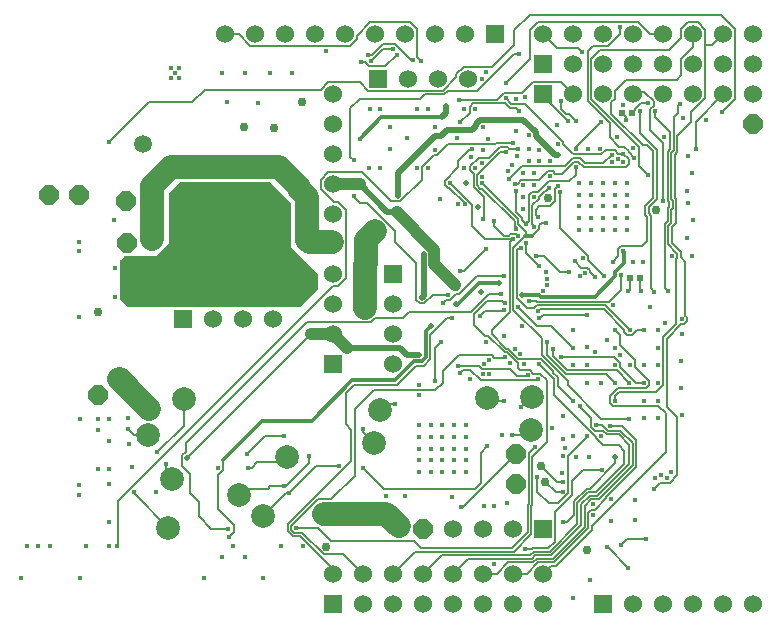
<source format=gbr>
G04 EAGLE Gerber RS-274X export*
G75*
%MOMM*%
%FSLAX34Y34*%
%LPD*%
%INBottom Copper*%
%IPPOS*%
%AMOC8*
5,1,8,0,0,1.08239X$1,22.5*%
G01*
%ADD10R,1.530000X1.530000*%
%ADD11C,1.530000*%
%ADD12P,1.759533X8X22.500000*%
%ADD13R,0.600000X0.600000*%
%ADD14C,2.000000*%
%ADD15C,0.403200*%
%ADD16C,0.750000*%
%ADD17C,0.150000*%
%ADD18C,1.500000*%
%ADD19C,2.000000*%
%ADD20C,0.300000*%
%ADD21C,0.503200*%
%ADD22C,0.500000*%
%ADD23C,0.152400*%
%ADD24C,1.000000*%
%ADD25C,0.200000*%

G36*
X252096Y277267D02*
X252096Y277267D01*
X252193Y277276D01*
X252216Y277286D01*
X252241Y277290D01*
X252327Y277336D01*
X252416Y277377D01*
X252441Y277398D01*
X252456Y277405D01*
X252473Y277424D01*
X252530Y277470D01*
X266530Y291470D01*
X266587Y291550D01*
X266649Y291625D01*
X266657Y291648D01*
X266672Y291669D01*
X266700Y291762D01*
X266735Y291853D01*
X266738Y291886D01*
X266743Y291902D01*
X266742Y291927D01*
X266749Y292000D01*
X266749Y304000D01*
X266733Y304096D01*
X266724Y304193D01*
X266714Y304216D01*
X266710Y304241D01*
X266664Y304327D01*
X266623Y304416D01*
X266602Y304441D01*
X266595Y304456D01*
X266576Y304473D01*
X266530Y304530D01*
X243749Y327310D01*
X243749Y364000D01*
X243733Y364096D01*
X243724Y364193D01*
X243714Y364216D01*
X243710Y364241D01*
X243664Y364327D01*
X243623Y364416D01*
X243602Y364441D01*
X243595Y364456D01*
X243576Y364473D01*
X243530Y364530D01*
X225530Y382530D01*
X225450Y382587D01*
X225375Y382649D01*
X225352Y382657D01*
X225331Y382672D01*
X225238Y382700D01*
X225147Y382735D01*
X225114Y382738D01*
X225098Y382743D01*
X225073Y382742D01*
X225000Y382749D01*
X150000Y382749D01*
X149904Y382733D01*
X149807Y382724D01*
X149784Y382714D01*
X149759Y382710D01*
X149673Y382664D01*
X149584Y382623D01*
X149559Y382602D01*
X149544Y382595D01*
X149527Y382576D01*
X149470Y382530D01*
X140470Y373530D01*
X140413Y373450D01*
X140352Y373375D01*
X140343Y373352D01*
X140328Y373331D01*
X140300Y373238D01*
X140265Y373147D01*
X140262Y373114D01*
X140257Y373098D01*
X140258Y373073D01*
X140251Y373000D01*
X140251Y330310D01*
X129690Y319749D01*
X103000Y319749D01*
X102904Y319733D01*
X102807Y319724D01*
X102784Y319714D01*
X102759Y319710D01*
X102673Y319664D01*
X102584Y319623D01*
X102559Y319602D01*
X102544Y319595D01*
X102527Y319576D01*
X102470Y319530D01*
X99470Y316530D01*
X99413Y316450D01*
X99352Y316375D01*
X99343Y316352D01*
X99328Y316331D01*
X99300Y316238D01*
X99265Y316147D01*
X99262Y316114D01*
X99257Y316098D01*
X99258Y316073D01*
X99251Y316000D01*
X99251Y283000D01*
X99267Y282904D01*
X99276Y282807D01*
X99286Y282784D01*
X99290Y282759D01*
X99336Y282673D01*
X99377Y282584D01*
X99398Y282559D01*
X99405Y282544D01*
X99424Y282527D01*
X99470Y282470D01*
X104470Y277470D01*
X104550Y277413D01*
X104625Y277352D01*
X104648Y277343D01*
X104669Y277328D01*
X104762Y277300D01*
X104853Y277265D01*
X104886Y277262D01*
X104902Y277257D01*
X104927Y277258D01*
X105000Y277251D01*
X252000Y277251D01*
X252096Y277267D01*
G37*
D10*
X457200Y482600D03*
D11*
X457200Y508000D03*
X482600Y482600D03*
X482600Y508000D03*
X508000Y482600D03*
X508000Y508000D03*
X533400Y482600D03*
X533400Y508000D03*
X558800Y482600D03*
X558800Y508000D03*
X584200Y482600D03*
X584200Y508000D03*
X609600Y482600D03*
X609600Y508000D03*
X635000Y482600D03*
X635000Y508000D03*
D10*
X279400Y25400D03*
D11*
X279400Y50800D03*
X304800Y25400D03*
X304800Y50800D03*
X330200Y25400D03*
X330200Y50800D03*
X355600Y25400D03*
X355600Y50800D03*
X381000Y25400D03*
X381000Y50800D03*
X406400Y25400D03*
X406400Y50800D03*
X431800Y25400D03*
X431800Y50800D03*
X457200Y25400D03*
X457200Y50800D03*
D10*
X416560Y508000D03*
D11*
X391160Y508000D03*
X365760Y508000D03*
X340360Y508000D03*
X314960Y508000D03*
X289560Y508000D03*
X264160Y508000D03*
X238760Y508000D03*
X213360Y508000D03*
X187960Y508000D03*
D10*
X457200Y457200D03*
D11*
X482600Y457200D03*
X508000Y457200D03*
X533400Y457200D03*
X558800Y457200D03*
X584200Y457200D03*
X609600Y457200D03*
X635000Y457200D03*
D10*
X508000Y25400D03*
D11*
X533400Y25400D03*
X558800Y25400D03*
X584200Y25400D03*
X609600Y25400D03*
X635000Y25400D03*
D10*
X330200Y304800D03*
D11*
X330200Y279400D03*
X330200Y254000D03*
X330200Y228600D03*
D10*
X152400Y266700D03*
D11*
X177800Y266700D03*
X203200Y266700D03*
X228600Y266700D03*
D10*
X317500Y469900D03*
D11*
X342900Y469900D03*
X368300Y469900D03*
X393700Y469900D03*
D10*
X457200Y88900D03*
D11*
X431800Y88900D03*
X406400Y88900D03*
X381000Y88900D03*
D12*
X434340Y152400D03*
X434340Y127000D03*
X103900Y366200D03*
X355600Y88900D03*
X105100Y331400D03*
X80000Y202100D03*
X635000Y431800D03*
D10*
X279400Y228600D03*
D11*
X279400Y254000D03*
X279400Y279400D03*
X279400Y304800D03*
X279400Y330200D03*
X279400Y355600D03*
X279400Y381000D03*
X279400Y406400D03*
X279400Y431800D03*
X279400Y457200D03*
D13*
X539500Y301000D03*
X530500Y301000D03*
D12*
X39300Y372000D03*
X64700Y372000D03*
D13*
X532720Y441340D03*
X523720Y441340D03*
D14*
X240000Y150000D03*
X140000Y90000D03*
X447500Y200900D03*
X410000Y200000D03*
X314200Y161300D03*
X319400Y190000D03*
X152800Y199100D03*
X142700Y131400D03*
X447000Y173100D03*
X122900Y168400D03*
X199600Y118000D03*
X220000Y100000D03*
D15*
X94200Y350200D03*
X64600Y332000D03*
X94800Y310000D03*
X94600Y285200D03*
X64600Y268200D03*
X65000Y182000D03*
X80600Y181800D03*
X106200Y182600D03*
X89600Y163000D03*
X89600Y140000D03*
X89800Y126800D03*
X64400Y117800D03*
X108800Y141000D03*
X110800Y120000D03*
X89600Y95000D03*
X20000Y74600D03*
X40000Y74600D03*
X70000Y74400D03*
X90000Y74400D03*
X15200Y47600D03*
X65200Y47200D03*
X170000Y47400D03*
X220200Y47400D03*
X235000Y74600D03*
X195000Y74400D03*
X181800Y140600D03*
X352000Y177000D03*
X362000Y177000D03*
X372000Y177000D03*
X382000Y177000D03*
X392000Y177000D03*
X392000Y167000D03*
X382000Y167000D03*
X372000Y167000D03*
X362000Y167000D03*
X352000Y167000D03*
X352000Y157000D03*
X362000Y157000D03*
X372000Y157000D03*
X382000Y157000D03*
X392000Y157000D03*
X392000Y147000D03*
X382000Y147000D03*
X372000Y147000D03*
X362000Y147000D03*
X352000Y147000D03*
X352000Y137000D03*
X362000Y137000D03*
X372000Y137000D03*
X382000Y137000D03*
X392000Y137000D03*
X488000Y382000D03*
X498000Y382000D03*
X508000Y382000D03*
X518000Y382000D03*
X528000Y382000D03*
X528000Y372000D03*
X518000Y372000D03*
X508000Y372000D03*
X498000Y372000D03*
X488000Y372000D03*
X488000Y362000D03*
X498000Y362000D03*
X508000Y362000D03*
X518000Y362000D03*
X528000Y362000D03*
X528000Y352000D03*
X518000Y352000D03*
X508000Y352000D03*
X498000Y352000D03*
X488000Y352000D03*
X488000Y342000D03*
X498000Y342000D03*
X508000Y342000D03*
X518000Y342000D03*
X528000Y342000D03*
X310400Y444600D03*
X350500Y444700D03*
X319300Y394600D03*
X327800Y410300D03*
X359400Y394400D03*
X366000Y410200D03*
X390300Y444400D03*
X406000Y410100D03*
X399800Y394400D03*
X454100Y410100D03*
X454100Y400300D03*
X449500Y390100D03*
X449300Y379900D03*
X449300Y370100D03*
X470100Y414600D03*
X533400Y411300D03*
X559900Y420500D03*
X579500Y404900D03*
X579300Y375000D03*
X584500Y350200D03*
X579400Y335000D03*
X574500Y253800D03*
X574400Y231300D03*
X574400Y208600D03*
X574500Y185600D03*
X554500Y242500D03*
X554300Y227600D03*
X554200Y212500D03*
X554300Y197500D03*
X496200Y149500D03*
X514600Y95700D03*
X379900Y115700D03*
X408600Y247300D03*
X385100Y364400D03*
X204700Y474900D03*
X225800Y474800D03*
X216200Y449900D03*
X352000Y211100D03*
X431200Y168700D03*
X416000Y108200D03*
X323900Y116900D03*
X542100Y315100D03*
X499600Y101000D03*
X482600Y30300D03*
X434000Y425600D03*
D16*
X203800Y429200D03*
X229100Y428200D03*
X253400Y450100D03*
D15*
X546000Y449500D03*
D17*
X535134Y443754D02*
X532720Y441340D01*
X535134Y443754D02*
X535134Y444267D01*
X540367Y449500D01*
X546000Y449500D01*
D15*
X142000Y479000D03*
X149000Y479000D03*
X149000Y471000D03*
X142000Y471000D03*
X146000Y475000D03*
D17*
X110800Y119200D02*
X140000Y90000D01*
X110800Y119200D02*
X110800Y120000D01*
X442600Y168700D02*
X447000Y173100D01*
X442600Y168700D02*
X431200Y168700D01*
D15*
X80500Y140000D03*
X64600Y126100D03*
X129600Y119900D03*
X106500Y161200D03*
X106100Y173500D03*
X80500Y173000D03*
D17*
X111200Y168400D02*
X122900Y168400D01*
X111200Y168400D02*
X106100Y173500D01*
D15*
X30000Y74600D03*
X207100Y140500D03*
X254000Y74500D03*
X426500Y111020D03*
X534700Y96600D03*
X583500Y320300D03*
X583100Y390300D03*
X595300Y434900D03*
X520100Y420500D03*
X369900Y368400D03*
X350400Y394600D03*
X341600Y419700D03*
X327400Y429300D03*
X319500Y444700D03*
X351900Y202100D03*
X407000Y108200D03*
X422200Y168700D03*
X395000Y215500D03*
X575400Y437000D03*
D16*
X494500Y70900D03*
X273800Y73500D03*
D15*
X340100Y116900D03*
D17*
X215209Y145284D02*
X210425Y140500D01*
X207100Y140500D01*
X235284Y145284D02*
X240000Y150000D01*
X235284Y145284D02*
X215209Y145284D01*
D15*
X273194Y493834D03*
X473700Y120300D03*
D16*
X459134Y129100D03*
D17*
X467934Y120300D01*
X473700Y120300D01*
X438450Y191850D02*
X447500Y200900D01*
X438450Y191850D02*
X438250Y191850D01*
D15*
X438250Y191850D03*
X474407Y128707D03*
D16*
X455334Y142600D03*
D17*
X469227Y128707D01*
X474407Y128707D01*
X412700Y197300D02*
X410000Y200000D01*
X412700Y197300D02*
X424000Y197300D01*
D15*
X424000Y197300D03*
X302100Y419400D03*
X310200Y394600D03*
D18*
X306500Y276200D03*
D19*
X306500Y312300D01*
X307600Y313400D01*
X307600Y333900D01*
X314600Y340900D01*
D18*
X314600Y340900D03*
D20*
X302100Y419400D02*
X320284Y437584D01*
X371878Y437584D01*
D21*
X375400Y447200D03*
D22*
X375400Y441106D01*
X371878Y437584D01*
D15*
X494400Y167500D03*
D17*
X494400Y166740D01*
X478666Y151006D01*
X478673Y130474D02*
X478673Y119240D01*
X470183Y110750D01*
X461997Y110750D01*
X478666Y130480D02*
X478673Y130474D01*
D15*
X452312Y133300D03*
D17*
X478666Y130480D02*
X478666Y151006D01*
X452312Y133300D02*
X452312Y120435D01*
X461997Y110750D01*
D15*
X506300Y167400D03*
X506788Y138855D03*
X442317Y72117D03*
D17*
X481673Y117997D02*
X481673Y129700D01*
X490828Y138855D01*
X506788Y138855D01*
X467100Y103424D02*
X467100Y78243D01*
X461557Y72700D02*
X448129Y72700D01*
X447545Y72117D01*
X442317Y72117D01*
X467100Y103424D02*
X481673Y117997D01*
X467100Y78243D02*
X461557Y72700D01*
D15*
X557002Y135034D03*
X554300Y182500D03*
X523000Y75600D03*
X544500Y80500D03*
D17*
X527900Y80500D01*
X523000Y75600D01*
D15*
X552394Y131818D03*
X542300Y227600D03*
X399500Y444600D03*
X406300Y429200D03*
X469000Y430600D03*
X579600Y365200D03*
X434400Y342600D03*
D17*
X434400Y344567D01*
X433134Y345833D01*
X433134Y349755D01*
X405723Y377166D02*
X403933Y377166D01*
X401334Y379765D01*
X401334Y388731D01*
X424967Y408500D02*
X425516Y407951D01*
D15*
X425516Y407951D03*
D17*
X405723Y377166D02*
X433134Y349755D01*
X401334Y388731D02*
X421103Y408500D01*
X424967Y408500D01*
D15*
X434300Y452800D03*
X359500Y444500D03*
X365900Y429100D03*
X384000Y419800D03*
X390400Y394600D03*
X533200Y315200D03*
D21*
X402200Y361200D03*
X392300Y381932D03*
D15*
X490700Y318400D03*
X530400Y227500D03*
X511100Y248700D03*
X409000Y326100D03*
X386484Y307717D03*
D17*
X390617Y307717D01*
X409000Y326100D01*
D15*
X501566Y302000D03*
D17*
X497266Y307767D02*
X494767Y310266D01*
X489734Y310266D01*
X497266Y306300D02*
X501566Y302000D01*
X497266Y306300D02*
X497266Y307767D01*
X484566Y315434D02*
X484566Y316000D01*
D15*
X484566Y316000D03*
D17*
X484566Y315434D02*
X489734Y310266D01*
D15*
X518300Y227500D03*
X439200Y260800D03*
X424533Y252033D03*
X493000Y306000D03*
X424516Y274417D03*
D17*
X423465Y273366D01*
X408084Y273366D01*
X404184Y269466D01*
D15*
X404184Y269466D03*
X482300Y227500D03*
X488200Y302800D03*
X370900Y247000D03*
X365700Y214200D03*
D17*
X365700Y241800D01*
X370900Y247000D01*
D15*
X474400Y165300D03*
X464633Y174067D03*
X411823Y231766D03*
X411732Y220234D03*
X474400Y150600D03*
X407000Y228766D03*
X406200Y220234D03*
X441267Y228367D03*
X429434Y229074D03*
X453004Y216204D03*
D17*
X451622Y214822D01*
X404378Y214822D01*
X395600Y223600D01*
X389016Y223600D02*
X386484Y221068D01*
D15*
X386484Y221068D03*
D17*
X389016Y223600D02*
X395600Y223600D01*
X324213Y194813D02*
X319400Y190000D01*
X324213Y194813D02*
X331932Y194813D01*
D15*
X331932Y194813D03*
X385100Y226600D03*
D17*
X403133Y226600D01*
X405233Y224500D01*
X443101Y218101D02*
X444088Y219088D01*
X443101Y218101D02*
X435500Y218101D01*
X429100Y224500D01*
X405233Y224500D01*
D15*
X444088Y219088D03*
D17*
X314200Y161300D02*
X304900Y170600D01*
X304900Y173300D01*
D15*
X304900Y173300D03*
X258750Y150350D03*
D17*
X258750Y144650D02*
X239200Y125100D01*
X238200Y125100D01*
X258750Y144650D02*
X258750Y150350D01*
D15*
X238200Y125100D03*
D17*
X226375Y125100D02*
X224391Y123116D01*
X226375Y125100D02*
X238200Y125100D01*
X204716Y123116D02*
X199600Y118000D01*
X204716Y123116D02*
X224391Y123116D01*
D15*
X284317Y142117D03*
D17*
X264659Y142117D01*
D15*
X242300Y119768D03*
D17*
X242311Y119768D02*
X264659Y142117D01*
X242311Y119768D02*
X242300Y119768D01*
X239768Y119768D02*
X220000Y100000D01*
X239768Y119768D02*
X242300Y119768D01*
D15*
X409900Y158900D03*
D17*
X404600Y153600D01*
X404600Y127500D01*
X399600Y122500D01*
X322500Y122500D02*
X304500Y140500D01*
X304900Y140900D01*
D15*
X304900Y140900D03*
X237600Y167500D03*
D17*
X221400Y167500D01*
X206500Y152600D01*
D15*
X206500Y152600D03*
D17*
X322500Y122500D02*
X399600Y122500D01*
D15*
X473266Y136350D03*
X450734Y158700D03*
D17*
X448400Y156366D01*
X431024Y72901D02*
X354075Y72901D01*
X348176Y78800D01*
D15*
X248400Y90000D03*
D23*
X445000Y152966D02*
X448400Y156366D01*
D17*
X445000Y110149D02*
X444122Y109271D01*
X445000Y110149D02*
X445000Y152966D01*
X444122Y109271D02*
X444122Y85999D01*
X431024Y72901D01*
X266276Y90000D02*
X248400Y90000D01*
X277476Y78800D02*
X348176Y78800D01*
X277476Y78800D02*
X266276Y90000D01*
D15*
X518300Y212500D03*
X460309Y247109D03*
X460500Y295200D03*
D17*
X460309Y247109D02*
X460309Y236515D01*
X510566Y220234D02*
X518300Y212500D01*
X476590Y220234D02*
X460309Y236515D01*
X476590Y220234D02*
X510566Y220234D01*
D15*
X460934Y300918D03*
X465934Y241484D03*
X530300Y212400D03*
D17*
X465934Y235133D02*
X465934Y241484D01*
X465934Y235133D02*
X477833Y223234D01*
X519466Y223234D01*
X530300Y212400D01*
D15*
X428700Y385300D03*
D17*
X482290Y402866D02*
X488310Y402866D01*
X492676Y398500D01*
X439434Y396034D02*
X428700Y385300D01*
X439434Y396034D02*
X475458Y396034D01*
X482290Y402866D01*
D15*
X515300Y405900D03*
D17*
X507900Y398500D01*
X492676Y398500D01*
D15*
X459645Y306450D03*
X542300Y212500D03*
X472600Y234500D03*
D17*
X536233Y212500D02*
X542300Y212500D01*
D15*
X525284Y406800D03*
D17*
X522566Y229267D02*
X522566Y226167D01*
X517333Y234500D02*
X472600Y234500D01*
X517333Y234500D02*
X522566Y229267D01*
X522566Y226167D02*
X536233Y212500D01*
D15*
X433112Y381388D03*
D17*
X483533Y399866D02*
X487067Y399866D01*
X491633Y395300D01*
X529566Y397833D02*
X529566Y397866D01*
X530300Y398600D01*
X529566Y397833D02*
X527033Y395300D01*
X530300Y398600D02*
X530300Y401784D01*
X525284Y406800D01*
X527033Y395300D02*
X491633Y395300D01*
X467533Y389700D02*
X465267Y391966D01*
X461733Y391966D01*
X459234Y389467D01*
X459234Y389334D01*
X454166Y384266D01*
X438633Y384266D01*
X435755Y381388D02*
X433112Y381388D01*
X435755Y381388D02*
X438633Y384266D01*
X473367Y389700D02*
X483533Y399866D01*
X473367Y389700D02*
X467533Y389700D01*
X520700Y406800D02*
X525284Y406800D01*
X520700Y406800D02*
X517900Y409600D01*
X517633Y409600D01*
X517067Y410166D01*
X483133Y406034D02*
X481967Y407200D01*
X481700Y407200D01*
X510599Y410166D02*
X517067Y410166D01*
X510599Y410166D02*
X506467Y406034D01*
X483133Y406034D01*
X481700Y407200D02*
X474366Y414534D01*
X474366Y416367D01*
X442251Y448482D01*
X430418Y448482D01*
X425516Y453384D02*
X425516Y453734D01*
D15*
X425516Y453734D03*
D17*
X425516Y453384D02*
X430418Y448482D01*
D15*
X426000Y466866D03*
D17*
X446000Y486866D02*
X446000Y511157D01*
X446000Y486866D02*
X426000Y466866D01*
X547401Y508000D02*
X558800Y508000D01*
X547401Y508000D02*
X537501Y517900D01*
X452743Y517900D01*
X446000Y511157D01*
X543500Y354972D02*
X545500Y352972D01*
X543500Y354972D02*
X543500Y362428D01*
X550366Y369294D02*
X550366Y408783D01*
X550366Y369294D02*
X543500Y362428D01*
X527500Y469400D02*
X570700Y469400D01*
X574300Y473000D01*
X584200Y496601D02*
X584200Y508000D01*
X574300Y486701D02*
X574300Y473000D01*
X574300Y486701D02*
X584200Y496601D01*
D15*
X516000Y315000D03*
D17*
X545500Y333000D02*
X545500Y352972D01*
X523533Y328566D02*
X521034Y326067D01*
X541066Y328566D02*
X545500Y333000D01*
X541066Y328566D02*
X523533Y328566D01*
X521034Y326067D02*
X521034Y320034D01*
X516000Y315000D01*
X550366Y408783D02*
X545119Y414030D01*
X541408Y414030D01*
X515000Y450199D02*
X517900Y453099D01*
X517900Y459800D01*
X527500Y469400D01*
X515000Y440438D02*
X541408Y414030D01*
X515000Y440438D02*
X515000Y450199D01*
D15*
X530300Y182400D03*
D17*
X456043Y250357D02*
X431900Y274500D01*
X456043Y250357D02*
X456043Y236538D01*
X436134Y350998D02*
X405700Y381432D01*
X436134Y347076D02*
X442700Y340510D01*
X436134Y347076D02*
X436134Y350998D01*
X431900Y326700D02*
X431900Y274500D01*
X442700Y337200D02*
X442700Y340510D01*
D15*
X459903Y348198D03*
D20*
X448100Y337100D02*
X442800Y337100D01*
X442700Y337200D01*
D17*
X454157Y343117D02*
X454157Y345900D01*
X448140Y337100D02*
X448100Y337100D01*
X454157Y345900D02*
X456454Y348198D01*
X459903Y348198D01*
X454157Y343117D02*
X448140Y337100D01*
D15*
X405700Y381432D03*
D17*
X456043Y236538D02*
X478134Y214448D01*
X478134Y210733D01*
X506467Y182400D02*
X530300Y182400D01*
X506467Y182400D02*
X478134Y210733D01*
X431900Y326700D02*
X442300Y337100D01*
D20*
X442800Y337100D01*
D15*
X303421Y484579D03*
X333212Y490266D03*
D17*
X306122Y484579D02*
X303421Y484579D01*
X306122Y484579D02*
X309967Y480734D01*
X323680Y480734D01*
X333212Y490266D01*
D15*
X482300Y197400D03*
D17*
X469670Y210030D01*
X413868Y257401D02*
X428900Y272433D01*
X413868Y257401D02*
X413868Y253752D01*
D15*
X431400Y334066D03*
X378600Y382166D03*
D17*
X397434Y363332D01*
X397434Y345026D01*
X428900Y331566D02*
X431400Y334066D01*
X428900Y331566D02*
X428900Y272433D01*
X431400Y334066D02*
X408394Y334066D01*
X397434Y345026D01*
X469670Y217472D02*
X469670Y210030D01*
X466000Y221142D02*
X466000Y222339D01*
X466000Y221142D02*
X469670Y217472D01*
X427610Y241466D02*
X426154Y241466D01*
X465994Y222339D02*
X466000Y222339D01*
X465994Y222339D02*
X455367Y232966D01*
X436110Y232966D01*
X426154Y241466D02*
X413868Y253752D01*
X427610Y241466D02*
X436110Y232966D01*
D15*
X311734Y485000D03*
D17*
X321734Y495000D01*
X330000Y495000D01*
D15*
X330000Y495000D03*
X475800Y157600D03*
X473954Y184554D03*
X433752Y241602D03*
X442559Y346884D03*
D17*
X442559Y347559D01*
X445034Y371867D02*
X447533Y374366D01*
X445034Y350034D02*
X442559Y347559D01*
X447533Y374366D02*
X453133Y374366D01*
X445034Y371867D02*
X445034Y350034D01*
X453133Y374366D02*
X461933Y383166D01*
X479466Y383166D01*
D15*
X485300Y395600D03*
D17*
X485300Y389000D01*
X479466Y383166D01*
D15*
X405600Y386964D03*
X434384Y375049D03*
D17*
X439134Y350309D02*
X442559Y346884D01*
X434384Y356991D02*
X434384Y375049D01*
X439134Y352241D02*
X439134Y350309D01*
X439134Y352241D02*
X434384Y356991D01*
D15*
X437883Y237383D03*
X462400Y377600D03*
D17*
X459700Y374900D01*
X458715Y374900D01*
D15*
X449891Y344884D03*
D17*
X453566Y368333D02*
X453566Y369751D01*
X453566Y368333D02*
X448034Y362801D01*
X448034Y346741D02*
X449891Y344884D01*
X453566Y369751D02*
X458715Y374900D01*
X448034Y362801D02*
X448034Y346741D01*
D15*
X405536Y399036D03*
X427500Y391700D03*
X494300Y227500D03*
X452623Y353284D03*
X469500Y378900D03*
D17*
X467534Y376934D01*
X467534Y366749D02*
X462985Y362200D01*
X454100Y362200D01*
X451034Y359134D01*
X467534Y366749D02*
X467534Y376934D01*
X451034Y359134D02*
X451034Y354873D01*
X452623Y353284D01*
D15*
X396416Y403616D03*
X430781Y396919D03*
X463500Y387700D03*
X518300Y242500D03*
X471800Y373800D03*
X508400Y302800D03*
D17*
X494966Y316234D01*
X494966Y320167D01*
X471800Y343333D02*
X471800Y373800D01*
X471800Y343333D02*
X494966Y320167D01*
D15*
X410884Y418900D03*
X435200Y404600D03*
X463500Y400600D03*
X539400Y442500D03*
D17*
X539400Y424200D02*
X553400Y410200D01*
X539400Y424200D02*
X539400Y442500D01*
X546500Y361185D02*
X546500Y356215D01*
X546500Y361185D02*
X553400Y368085D01*
X546500Y356215D02*
X548500Y354215D01*
X553400Y368085D02*
X553400Y410200D01*
D15*
X551400Y289900D03*
D17*
X548500Y292800D01*
X548500Y354215D01*
D15*
X405484Y470160D03*
X347000Y486000D03*
X308797Y489886D03*
D17*
X345033Y486000D02*
X347000Y486000D01*
X312378Y489886D02*
X308797Y489886D01*
X331767Y499266D02*
X345033Y486000D01*
X331767Y499266D02*
X321757Y499266D01*
X312378Y489886D01*
D15*
X552300Y442600D03*
D17*
X552300Y437443D01*
X564988Y424755D01*
D15*
X562900Y290000D03*
D17*
X564988Y410688D02*
X564988Y424755D01*
X564988Y410688D02*
X562622Y408322D01*
X562622Y366655D02*
X563888Y365389D01*
X563888Y361855D01*
X562622Y360589D01*
X562622Y349579D02*
X560122Y347079D01*
X560122Y292778D02*
X562900Y290000D01*
X562622Y366655D02*
X562622Y408322D01*
X562622Y360589D02*
X562622Y349579D01*
X560122Y347079D02*
X560122Y292778D01*
D15*
X409000Y476000D03*
X354017Y485017D03*
D17*
X350260Y512101D02*
X344461Y517900D01*
X299460Y503899D02*
X293661Y498100D01*
X350260Y488773D02*
X354017Y485017D01*
X299460Y503899D02*
X299460Y506501D01*
X199359Y508000D02*
X187960Y508000D01*
X350260Y512101D02*
X350260Y488773D01*
X310859Y517900D02*
X299460Y506501D01*
X209259Y498100D02*
X199359Y508000D01*
X310859Y517900D02*
X344461Y517900D01*
X293661Y498100D02*
X209259Y498100D01*
D15*
X527500Y435500D03*
D17*
X527500Y437560D02*
X523720Y441340D01*
X527500Y437560D02*
X527500Y435500D01*
D15*
X482300Y242500D03*
D17*
X463900Y260900D01*
X452025Y260900D01*
X436225Y276700D01*
D15*
X436225Y276700D03*
X421500Y287900D03*
D17*
X411600Y287900D01*
X396400Y272700D01*
X343877Y272700D01*
X338499Y267322D01*
X311574Y263950D02*
X301426Y263950D01*
X311574Y263950D02*
X314946Y267322D01*
X338499Y267322D01*
X301426Y263950D02*
X300998Y264378D01*
X257578Y264378D01*
D15*
X190400Y89300D03*
D17*
X176300Y89300D01*
D15*
X415266Y349600D03*
X436166Y337000D03*
D17*
X415266Y345637D02*
X415266Y349600D01*
X423837Y337066D02*
X428367Y337066D01*
X429633Y338332D01*
X434834Y338332D01*
X436166Y337000D01*
X423837Y337066D02*
X415266Y345637D01*
D15*
X185000Y65500D03*
X205100Y65600D03*
D17*
X176300Y89300D02*
X165600Y100000D01*
X165600Y111765D02*
X157916Y119449D01*
X157916Y135584D01*
X151384Y151274D02*
X154500Y154390D01*
X151384Y151274D02*
X151384Y142116D01*
X154500Y161300D02*
X257578Y264378D01*
X165600Y111765D02*
X165600Y100000D01*
X157916Y135584D02*
X151384Y142116D01*
X154500Y154390D02*
X154500Y161300D01*
X330200Y50800D02*
X349200Y69800D01*
X424634Y279949D02*
X422383Y282200D01*
D15*
X424634Y279949D03*
X445700Y281800D03*
D17*
X451600Y281800D01*
X452200Y281200D01*
X513206Y281200D01*
X426367Y238466D02*
X424711Y238466D01*
X426367Y238466D02*
X435700Y229133D01*
X435700Y225300D01*
X437646Y223354D01*
X445855Y223354D01*
X448738Y220470D02*
X454772Y220470D01*
X424711Y238466D02*
X410700Y252477D01*
X445855Y223354D02*
X448738Y220470D01*
X454772Y220470D02*
X460368Y214874D01*
X399000Y261200D02*
X399000Y271057D01*
X399000Y261200D02*
X407723Y252477D01*
X410700Y252477D01*
X410143Y282200D02*
X422383Y282200D01*
X410143Y282200D02*
X399000Y271057D01*
D23*
X448034Y149950D02*
X448034Y108923D01*
X447134Y108023D01*
X448034Y149950D02*
X460356Y162271D01*
D17*
X460368Y162283D01*
X460368Y214874D01*
X447134Y108023D02*
X447134Y84751D01*
X432183Y69800D01*
X349200Y69800D01*
X513206Y281200D02*
X523000Y290994D01*
X523000Y304000D01*
X523216Y304000D01*
D15*
X523216Y304000D03*
X525300Y399600D03*
X520300Y402300D03*
X525166Y448216D03*
X515400Y399600D03*
X478500Y434300D03*
D17*
X457200Y455600D01*
X457200Y457200D01*
D15*
X431700Y415400D03*
D17*
X417617Y415400D01*
X416851Y414634D01*
X290366Y301089D02*
X283699Y294422D01*
X279189Y294422D01*
X97400Y112633D01*
X97400Y75400D02*
X96800Y74800D01*
D15*
X96800Y74800D03*
D17*
X97400Y75400D02*
X97400Y112633D01*
D15*
X485500Y434200D03*
D17*
X479400Y440300D01*
X476743Y440300D01*
X472443Y444600D02*
X472443Y451566D01*
D15*
X472443Y451566D03*
D17*
X472443Y444600D02*
X476743Y440300D01*
X283501Y365500D02*
X280500Y365500D01*
X269000Y377000D01*
X283501Y365500D02*
X290366Y358635D01*
X269000Y377000D02*
X269000Y384601D01*
X275299Y390900D01*
X303624Y390900D01*
X354666Y395699D02*
X364901Y405934D01*
X367767Y405934D01*
X354666Y384726D02*
X336374Y366434D01*
X354666Y384726D02*
X354666Y395699D01*
X328090Y366434D02*
X303624Y390900D01*
X328090Y366434D02*
X336374Y366434D01*
X367767Y405934D02*
X376467Y414634D01*
X290366Y358635D02*
X290366Y301089D01*
X376467Y414634D02*
X416851Y414634D01*
D15*
X484900Y410300D03*
D17*
X484900Y412500D01*
D15*
X506400Y433700D03*
D17*
X506100Y433700D01*
X484900Y412500D01*
D15*
X495000Y410600D03*
X505100Y410700D03*
X565534Y137101D03*
X542300Y197500D03*
X516708Y278669D03*
X560184Y263051D03*
X574600Y266400D03*
X547400Y277100D03*
D18*
X334950Y93151D03*
D19*
X324400Y101700D02*
X271900Y101700D01*
D18*
X271900Y101700D03*
X123800Y190400D03*
D19*
X107700Y206500D01*
X107700Y206900D01*
X98600Y216000D01*
X98200Y216000D01*
D18*
X98200Y216000D03*
X118600Y414700D03*
D19*
X324400Y101700D02*
X335050Y91050D01*
D17*
X335050Y93050D02*
X334950Y93151D01*
X335050Y93050D02*
X335050Y91050D01*
D15*
X89600Y182000D03*
X482400Y167500D03*
D21*
X404900Y289900D03*
X383984Y292800D03*
D24*
X382955Y295284D02*
X365216Y313023D01*
X365216Y325335D01*
D22*
X325435Y357400D02*
X301835Y381000D01*
X325435Y357400D02*
X333151Y357400D01*
D24*
X301835Y381000D02*
X279400Y381000D01*
X333151Y357400D02*
X365216Y325335D01*
D17*
X382955Y293829D02*
X383984Y292800D01*
X382955Y293829D02*
X382955Y295284D01*
D15*
X160000Y370000D03*
X170000Y370000D03*
X180000Y370000D03*
X190000Y370000D03*
X200000Y370000D03*
X210000Y370000D03*
X220000Y370000D03*
X220000Y360000D03*
X210000Y360000D03*
X200000Y360000D03*
X190000Y360000D03*
X180000Y360000D03*
X170000Y360000D03*
X160000Y360000D03*
X160000Y350000D03*
X170000Y350000D03*
X180000Y350000D03*
X190000Y350000D03*
X200000Y350000D03*
X210000Y350000D03*
X220000Y350000D03*
X220000Y340000D03*
X210000Y340000D03*
X200000Y340000D03*
X190000Y340000D03*
X180000Y340000D03*
X170000Y340000D03*
X160000Y340000D03*
X220000Y320000D03*
X230000Y320000D03*
X210000Y320000D03*
X200000Y320000D03*
X190000Y320000D03*
X180000Y320000D03*
X170000Y320000D03*
X160000Y320000D03*
X150000Y320000D03*
X185300Y475300D03*
X189900Y450400D03*
X244400Y474800D03*
X562534Y132278D03*
X542300Y182500D03*
X511000Y73500D03*
X529500Y56000D03*
D17*
X512000Y73500D01*
X511000Y73500D01*
D15*
X494800Y270434D03*
D17*
X457334Y270434D01*
X454768Y267868D02*
X453625Y267868D01*
D15*
X453625Y267868D03*
D17*
X454768Y267868D02*
X457334Y270434D01*
D15*
X424600Y234200D03*
D17*
X424400Y234000D01*
X415623Y234000D01*
X413591Y236032D01*
X385832Y236032D01*
X372100Y222300D01*
X314000Y206400D02*
X297800Y190200D01*
X314000Y206400D02*
X366000Y206400D01*
X372100Y212500D01*
X372100Y222300D01*
X244134Y88233D02*
X246633Y85734D01*
X244134Y88233D02*
X244134Y91767D01*
X253081Y85734D02*
X271315Y67500D01*
X253081Y85734D02*
X246633Y85734D01*
X244134Y91767D02*
X266317Y113950D01*
X277850Y113950D01*
X271315Y67500D02*
X288100Y67500D01*
X304800Y50800D01*
X277850Y113950D02*
X297800Y133900D01*
X297800Y190200D01*
D16*
X552500Y358700D03*
X461200Y368900D03*
D15*
X445100Y410300D03*
X445100Y400300D03*
X440500Y390000D03*
X440400Y380000D03*
X440400Y370000D03*
X444900Y422400D03*
X608700Y442300D03*
D17*
X613700Y447300D01*
X613701Y447300D01*
X619500Y453099D01*
X619500Y512101D01*
D15*
X90000Y416400D03*
D17*
X607701Y523900D02*
X619500Y512101D01*
X123600Y450000D02*
X90000Y416400D01*
X123600Y450000D02*
X160000Y450000D01*
X171000Y461000D01*
X445900Y523900D02*
X607701Y523900D01*
X383800Y474001D02*
X383800Y471399D01*
X275299Y467100D02*
X269199Y461000D01*
X372401Y460000D02*
X383800Y471399D01*
X372401Y460000D02*
X308918Y460000D01*
X301818Y467100D02*
X275299Y467100D01*
X301818Y467100D02*
X308918Y460000D01*
X383800Y474001D02*
X390065Y480266D01*
X414266Y480266D01*
X433000Y511000D02*
X445900Y523900D01*
X269199Y461000D02*
X171000Y461000D01*
X414266Y480266D02*
X433000Y499000D01*
X433000Y511000D01*
X152800Y199100D02*
X152800Y176400D01*
X130100Y153700D01*
D15*
X130100Y153700D03*
D17*
X138000Y136100D02*
X142700Y131400D01*
X138000Y136100D02*
X138000Y143800D01*
D15*
X138000Y143800D03*
X64700Y323900D03*
D16*
X126200Y334300D03*
X80800Y272500D03*
D19*
X126200Y334300D02*
X126200Y379700D01*
X142100Y395600D01*
X233584Y395600D01*
X250584Y378600D01*
X250584Y376894D01*
X257500Y369978D01*
X257500Y333700D01*
X259716Y331484D01*
X278116Y331484D01*
D17*
X279400Y330200D01*
D15*
X485300Y150000D03*
X515100Y114600D03*
X534800Y113700D03*
X499600Y109900D03*
X470000Y405700D03*
D22*
X467008Y405700D01*
X375708Y426500D02*
X370892Y421684D01*
X365584Y421684D01*
X334200Y390300D02*
X334200Y371200D01*
X334400Y371200D01*
D21*
X334400Y371200D03*
X356200Y321600D03*
D22*
X356200Y286300D01*
X354700Y284800D01*
X354500Y285000D01*
D21*
X354500Y285000D03*
X352200Y236400D03*
D22*
X341852Y236400D01*
X336224Y242028D01*
X291372Y242028D01*
X375708Y426500D02*
X396792Y426500D01*
X365584Y421684D02*
X334200Y390300D01*
D21*
X156150Y149300D03*
D17*
X260850Y254000D01*
D24*
X279400Y254000D01*
X291372Y242028D01*
D22*
X450916Y421792D02*
X450916Y424892D01*
X403808Y435216D02*
X400284Y431692D01*
X400284Y429992D01*
X396792Y426500D01*
X440592Y435216D02*
X450916Y424892D01*
X440592Y435216D02*
X403808Y435216D01*
X450916Y421792D02*
X467008Y405700D01*
D15*
X525300Y324300D03*
X566700Y320300D03*
D17*
X186066Y147266D02*
X186066Y138833D01*
X181800Y134567D01*
X181800Y105600D02*
X195400Y92000D01*
X195400Y86100D01*
X191400Y82100D01*
X191300Y82200D01*
D15*
X191300Y82200D03*
D17*
X181800Y105600D02*
X181800Y134567D01*
D20*
X453811Y287100D02*
X455475Y285437D01*
X500837Y285437D02*
X518200Y302800D01*
X500837Y285437D02*
X455475Y285437D01*
X439760Y287100D02*
X439666Y287194D01*
D21*
X439666Y287194D03*
X419500Y297100D03*
D20*
X403000Y297100D01*
X384500Y278600D01*
X383850Y279250D01*
D21*
X383850Y279250D03*
X362016Y261000D03*
D20*
X357716Y256700D01*
X357716Y234115D01*
X439760Y287100D02*
X453811Y287100D01*
X261406Y180400D02*
X219200Y180400D01*
X186066Y147266D01*
X261406Y180400D02*
X295778Y214772D01*
X331809Y214772D01*
X349899Y230900D02*
X349915Y230884D01*
X354485Y230884D01*
X357716Y234115D01*
X349899Y230900D02*
X347937Y230900D01*
X331809Y214772D01*
D15*
X440400Y360200D03*
D20*
X518200Y306078D02*
X518200Y302800D01*
X518200Y306078D02*
X526000Y313878D01*
X526000Y323600D02*
X525300Y324300D01*
X526000Y323600D02*
X526000Y313878D01*
D21*
X518500Y149800D03*
D17*
X494105Y123166D02*
X483334Y112395D01*
X483334Y100334D01*
X518500Y144534D02*
X518500Y149800D01*
X518500Y144534D02*
X497132Y123166D01*
X494105Y123166D01*
X477700Y94700D02*
X474300Y94700D01*
D15*
X474300Y94700D03*
X387500Y107266D03*
D17*
X389206Y107266D01*
X434340Y152400D01*
X483334Y100334D02*
X477700Y94700D01*
X294800Y146567D02*
X294800Y172600D01*
D15*
X479000Y306400D03*
X424200Y303100D03*
D17*
X471400Y306400D02*
X479000Y306400D01*
X457964Y319836D02*
X451620Y319836D01*
D15*
X451620Y319836D03*
D17*
X457964Y319836D02*
X471400Y306400D01*
D15*
X372700Y280200D03*
X379800Y267300D03*
D17*
X375800Y267300D01*
X361466Y252966D01*
X361466Y232562D02*
X356038Y227134D01*
X349475Y227134D01*
X361466Y232562D02*
X361466Y252966D01*
X349475Y227134D02*
X333363Y211022D01*
X297332Y211022D02*
X290005Y203695D01*
X290005Y177395D01*
X294800Y172600D01*
X297332Y211022D02*
X333363Y211022D01*
X241134Y86990D02*
X245390Y82734D01*
X241134Y86990D02*
X241134Y93010D01*
X265074Y116950D01*
X279400Y55133D02*
X279400Y50800D01*
X279400Y55133D02*
X251799Y82734D01*
X245390Y82734D01*
X265074Y116950D02*
X265183Y116950D01*
X294800Y146567D01*
X372700Y280200D02*
X375434Y282934D01*
X378467Y282934D01*
X383567Y288034D02*
X385958Y288034D01*
X401024Y303100D02*
X424200Y303100D01*
X383567Y288034D02*
X378467Y282934D01*
X385958Y288034D02*
X401024Y303100D01*
X371500Y66700D02*
X355600Y50800D01*
X446371Y66700D02*
X449371Y69700D01*
X446371Y66700D02*
X371500Y66700D01*
D15*
X482300Y257600D03*
X453600Y228700D03*
D17*
X466670Y215630D02*
X466670Y202100D01*
X466670Y215630D02*
X453600Y228700D01*
X449371Y69700D02*
X462800Y69700D01*
X486334Y93234D01*
X486334Y111152D01*
X502034Y166736D02*
X466670Y202100D01*
X502034Y166736D02*
X502034Y165633D01*
X507967Y159700D01*
X521200Y159700D01*
X525900Y155000D01*
X501905Y120166D02*
X495348Y120166D01*
X486334Y111152D01*
X525900Y144161D02*
X525900Y155000D01*
X525900Y144161D02*
X501905Y120166D01*
X504390Y114166D02*
X497833Y114166D01*
X492334Y108667D01*
X504390Y114166D02*
X532966Y142742D01*
X532966Y161391D01*
X522423Y171934D01*
D15*
X502421Y177164D03*
D17*
X512433Y171934D02*
X522423Y171934D01*
X507203Y177164D02*
X502421Y177164D01*
X507203Y177164D02*
X512433Y171934D01*
D15*
X500819Y238766D03*
D17*
X417799Y50800D02*
X406400Y50800D01*
X417799Y50800D02*
X427699Y60700D01*
X448857Y60700D01*
X451857Y63700D01*
X465285Y63700D02*
X492334Y90749D01*
X465285Y63700D02*
X451857Y63700D01*
X492334Y90749D02*
X492334Y108667D01*
D15*
X522167Y236467D03*
X514200Y176200D03*
D17*
X523700Y176200D02*
X535966Y163934D01*
X523700Y176200D02*
X514200Y176200D01*
X497833Y105266D02*
X495334Y102767D01*
X510834Y115101D02*
X510834Y116367D01*
X510834Y115101D02*
X500999Y105266D01*
X497833Y105266D01*
X510834Y116367D02*
X535966Y141499D01*
X443199Y50800D02*
X431800Y50800D01*
X443199Y50800D02*
X453099Y60700D01*
X535966Y141499D02*
X535966Y163934D01*
X495334Y89506D02*
X466528Y60700D01*
X453099Y60700D01*
X495334Y89506D02*
X495334Y102767D01*
D15*
X530400Y257500D03*
D17*
X509700Y278200D01*
X436693Y327093D02*
X434900Y325300D01*
X436693Y327093D02*
X438326Y327093D01*
D15*
X438326Y327093D03*
X391016Y363717D03*
D17*
X376833Y377900D02*
X374334Y380399D01*
X374334Y383933D01*
X391016Y364517D02*
X391016Y363717D01*
X391016Y364517D02*
X377633Y377900D01*
X376833Y377900D01*
X374334Y383933D02*
X385400Y394999D01*
X385400Y400333D01*
D15*
X397300Y410300D03*
D17*
X395367Y410300D01*
D15*
X386300Y452300D03*
D17*
X439518Y458000D02*
X448618Y467100D01*
X472700Y467100D01*
X482600Y457200D01*
X395367Y410300D02*
X385400Y400333D01*
X434900Y284200D02*
X443500Y275600D01*
X449367Y275600D01*
X451967Y278200D01*
X509700Y278200D01*
X434900Y284200D02*
X434900Y325300D01*
X418049Y452300D02*
X386300Y452300D01*
X418049Y452300D02*
X423749Y458000D01*
X439518Y458000D01*
X393900Y63700D02*
X381000Y50800D01*
X393900Y63700D02*
X447614Y63700D01*
X450614Y66700D01*
X503148Y117166D02*
X529866Y143884D01*
X496590Y117166D02*
X489334Y109910D01*
X496590Y117166D02*
X503148Y117166D01*
X498155Y182845D02*
X488900Y192100D01*
X498155Y182845D02*
X498155Y175397D01*
X488900Y192100D02*
X488900Y193234D01*
D15*
X488900Y193234D03*
X494300Y242600D03*
D17*
X489334Y91991D02*
X464043Y66700D01*
X450614Y66700D01*
X489334Y91991D02*
X489334Y109910D01*
X501452Y172100D02*
X508024Y172100D01*
X511190Y168934D01*
X501452Y172100D02*
X498155Y175397D01*
X511190Y168934D02*
X521181Y168934D01*
X529866Y160249D01*
X529866Y143884D01*
X546566Y210733D02*
X546566Y214267D01*
X534666Y226167D01*
X546566Y210733D02*
X543967Y208134D01*
X514034Y201577D02*
X514034Y195733D01*
X514034Y201577D02*
X520591Y208134D01*
X543967Y208134D01*
X534666Y226167D02*
X534666Y232167D01*
X522300Y244533D01*
D15*
X518300Y257500D03*
D17*
X522300Y253500D01*
X522300Y244533D01*
X554800Y193100D02*
X561000Y186900D01*
X561000Y154467D01*
X516667Y193100D02*
X514034Y195733D01*
X516667Y193100D02*
X554800Y193100D01*
X464100Y57700D02*
X457200Y50800D01*
X464100Y57700D02*
X467771Y57700D01*
X498334Y88263D01*
X498334Y91801D01*
X561000Y154467D01*
D15*
X542400Y257500D03*
D17*
X532167Y253234D02*
X528633Y253234D01*
X526134Y255733D01*
X526134Y257523D01*
X536433Y257500D02*
X542400Y257500D01*
X536433Y257500D02*
X532167Y253234D01*
X526134Y257523D02*
X508457Y275200D01*
D15*
X453200Y273400D03*
D17*
X455000Y275200D01*
X508457Y275200D01*
D15*
X454157Y311266D03*
D17*
X442625Y322798D01*
X442625Y330617D01*
D15*
X442625Y330617D03*
X406734Y351400D03*
D17*
X395534Y392633D02*
X395534Y396167D01*
X406966Y351632D02*
X406734Y351400D01*
X398334Y378522D02*
X398334Y389833D01*
X395534Y392633D01*
X406966Y369890D02*
X406966Y351632D01*
X406966Y369890D02*
X398334Y378522D01*
X395534Y396167D02*
X402669Y403302D01*
X411662Y403302D01*
X420577Y412217D01*
X427283Y412217D01*
X428600Y410900D01*
X434800Y410900D01*
D15*
X436100Y410400D03*
X442100Y454300D03*
D17*
X436100Y410400D02*
X435300Y410400D01*
X434800Y410900D01*
D15*
X586300Y410400D03*
D17*
X586300Y433900D01*
X609600Y457200D01*
D15*
X554300Y257500D03*
X415750Y59434D03*
X558356Y367008D03*
D17*
X558356Y368798D01*
X558600Y369043D01*
X548034Y444367D02*
X550900Y447233D01*
X550900Y451000D01*
X548034Y426333D02*
X558600Y415767D01*
X548034Y426333D02*
X548034Y444367D01*
X550900Y451000D02*
X542900Y459000D01*
X535200Y459000D02*
X533400Y457200D01*
X558600Y415767D02*
X558600Y369043D01*
X542900Y459000D02*
X535200Y459000D01*
D15*
X497200Y45600D03*
X436700Y442900D03*
X387300Y433200D03*
D17*
X395234Y441134D01*
X395234Y446367D01*
X398167Y449300D01*
X425357Y449300D02*
X429175Y445482D01*
X434118Y445482D02*
X436700Y442900D01*
X434118Y445482D02*
X429175Y445482D01*
X425357Y449300D02*
X398167Y449300D01*
D15*
X529000Y290000D03*
D25*
X530500Y291500D02*
X530500Y301000D01*
X530500Y291500D02*
X529000Y290000D01*
D15*
X540000Y290000D03*
D25*
X539500Y290500D02*
X539500Y301000D01*
X539500Y290500D02*
X540000Y290000D01*
D15*
X572866Y448900D03*
D17*
X571266Y447300D01*
X571266Y441133D01*
X552867Y205134D02*
X521834Y205134D01*
X558766Y211033D02*
X558766Y251357D01*
X558766Y211033D02*
X552867Y205134D01*
X558766Y251357D02*
X570166Y262757D01*
D15*
X518300Y197500D03*
D17*
X518300Y201600D02*
X521834Y205134D01*
X518300Y201600D02*
X518300Y197500D01*
X565622Y407079D02*
X567988Y409445D01*
X565622Y367898D02*
X566888Y366632D01*
X566888Y360612D02*
X565622Y359346D01*
X566888Y360612D02*
X566888Y366632D01*
X565622Y348336D02*
X563122Y345836D01*
X570966Y322067D02*
X570966Y318533D01*
X570966Y322067D02*
X563122Y329911D01*
X570966Y318533D02*
X570166Y317733D01*
X570166Y262757D01*
X565622Y367898D02*
X565622Y407079D01*
X565622Y359346D02*
X565622Y348336D01*
X563122Y345836D02*
X563122Y329911D01*
X567988Y409445D02*
X567988Y437855D01*
X571266Y441133D01*
X469200Y496000D02*
X457200Y508000D01*
X487000Y496000D02*
X490000Y493000D01*
D15*
X490000Y493000D03*
D17*
X487000Y496000D02*
X469200Y496000D01*
D15*
X376700Y287200D03*
D17*
X373643Y457000D02*
X376643Y460000D01*
X357000Y457000D02*
X353000Y453000D01*
X357000Y457000D02*
X373643Y457000D01*
X353000Y453000D02*
X302000Y453000D01*
X294000Y445000D01*
X376643Y460000D02*
X401358Y460000D01*
X432358Y491000D02*
X437000Y491000D01*
D15*
X437000Y491000D03*
D17*
X432358Y491000D02*
X401358Y460000D01*
X332000Y341000D02*
X332000Y331900D01*
X363818Y287200D02*
X376700Y287200D01*
X363818Y287200D02*
X356668Y280050D01*
X349734Y314166D02*
X332000Y331900D01*
X349734Y314166D02*
X349734Y283026D01*
X352710Y280050D02*
X356668Y280050D01*
X352710Y280050D02*
X349734Y283026D01*
X332000Y341000D02*
X308000Y365000D01*
X302000Y365000D01*
D15*
X297000Y371000D03*
X297000Y401000D03*
D17*
X294000Y404000D01*
X294000Y445000D01*
X297000Y370000D02*
X302000Y365000D01*
X297000Y370000D02*
X297000Y371000D01*
D15*
X546100Y388800D03*
D17*
X538832Y396068D01*
X538832Y411901D01*
X498100Y452633D01*
X498100Y486800D01*
D15*
X506300Y212500D03*
X550800Y122800D03*
D17*
X556012Y128012D01*
X564301Y128012D01*
X570500Y134210D01*
X570500Y183567D02*
X561766Y192301D01*
X573786Y262134D02*
X576367Y262134D01*
X578866Y264633D01*
X578866Y268167D01*
X577800Y269233D01*
X570500Y183567D02*
X570500Y134210D01*
X561766Y192301D02*
X561766Y250115D01*
X573786Y262134D01*
X573966Y318934D02*
X573966Y323310D01*
X566122Y331154D01*
X569888Y367874D02*
X568622Y369140D01*
X569888Y348360D02*
X566122Y344594D01*
X569888Y348360D02*
X569888Y367874D01*
X568622Y405836D02*
X570988Y408202D01*
X570988Y421645D01*
X582666Y433323D01*
X582666Y441665D01*
X577800Y315100D02*
X577800Y269233D01*
X577800Y315100D02*
X573966Y318934D01*
X566122Y331154D02*
X566122Y344594D01*
X568622Y369140D02*
X568622Y405836D01*
X582666Y441665D02*
X594600Y453599D01*
X588301Y517900D02*
X580099Y517900D01*
X574300Y512101D01*
X588301Y517900D02*
X594600Y511601D01*
X574300Y504900D02*
X563600Y494200D01*
X594600Y499000D02*
X594600Y453599D01*
X594600Y499000D02*
X594600Y511601D01*
X574300Y512101D02*
X574300Y504900D01*
X505500Y494200D02*
X498100Y486800D01*
X505500Y494200D02*
X563600Y494200D01*
X600600Y499000D02*
X609600Y508000D01*
X600600Y499000D02*
X600000Y499000D01*
D25*
X594600Y499000D01*
D15*
X457553Y290453D03*
X494300Y212500D03*
X534566Y402984D03*
D17*
X513500Y420651D02*
X513500Y432990D01*
X495000Y451490D01*
X495000Y493357D01*
X529550Y408000D02*
X534566Y402984D01*
X529550Y408000D02*
X529550Y408567D01*
X525517Y412600D01*
X521551Y412600D02*
X513500Y420651D01*
X521551Y412600D02*
X525517Y412600D01*
X512101Y498100D02*
X517900Y503899D01*
X499743Y498100D02*
X495000Y493357D01*
X517900Y503899D02*
X517900Y503900D01*
X512101Y498100D02*
X499743Y498100D01*
X522000Y508000D02*
X522000Y513634D01*
D15*
X522000Y513634D03*
D17*
X522000Y508000D02*
X517900Y503900D01*
M02*

</source>
